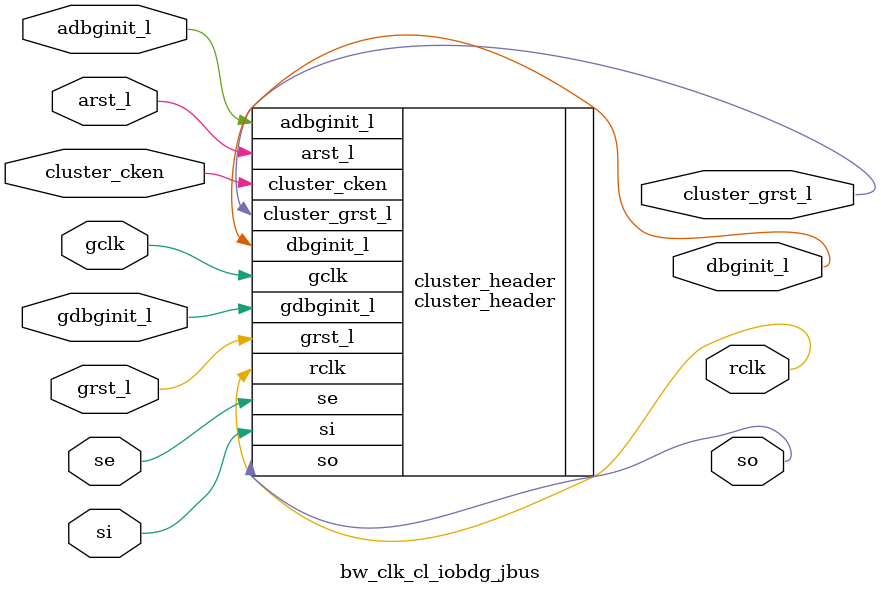
<source format=v>
/*
//  Module Name:	iobdg clock macro
//  Description:        Clock macro that encapsulates the cluster header.
*/
////////////////////////////////////////////////////////////////////////
// Global header file includes
////////////////////////////////////////////////////////////////////////
`include "../../include/sys.h" // system level definition file which contains the 
			// time scale definition
`include "../../include/iop.h"


////////////////////////////////////////////////////////////////////////
// Local header file includes / local defines
////////////////////////////////////////////////////////////////////////


module bw_clk_cl_iobdg_jbus (/*AUTOARG*/
   // Outputs
   so, rclk, dbginit_l, cluster_grst_l, 
   // Inputs
   si, se, grst_l, gdbginit_l, gclk, cluster_cken, arst_l, 
   adbginit_l
   );
   
   /*AUTOINPUT*/
   // Beginning of automatic inputs (from unused autoinst inputs)
   input		adbginit_l;		// To cluster_header of cluster_header.v
   input		arst_l;			// To cluster_header of cluster_header.v
   input		cluster_cken;		// To cluster_header of cluster_header.v
   input		gclk;			// To cluster_header of cluster_header.v
   input		gdbginit_l;		// To cluster_header of cluster_header.v
   input		grst_l;			// To cluster_header of cluster_header.v
   input		se;			// To cluster_header of cluster_header.v
   input		si;			// To cluster_header of cluster_header.v
   // End of automatics
   
   /*AUTOOUTPUT*/
   // Beginning of automatic outputs (from unused autoinst outputs)
   output		cluster_grst_l;		// From cluster_header of cluster_header.v
   output		dbginit_l;		// From cluster_header of cluster_header.v
   output		rclk;			// From cluster_header of cluster_header.v
   output		so;			// From cluster_header of cluster_header.v
   // End of automatics

   /*AUTOWIRE*/
   // Beginning of automatic wires (for undeclared instantiated-module outputs)
   // End of automatics

   
////////////////////////////////////////////////////////////////////////
// Code start here 
////////////////////////////////////////////////////////////////////////
   cluster_header cluster_header (/*AUTOINST*/
				  // Outputs
				  .dbginit_l(dbginit_l),
				  .cluster_grst_l(cluster_grst_l),
				  .rclk	(rclk),
				  .so	(so),
				  // Inputs
				  .gclk	(gclk),
				  .cluster_cken(cluster_cken),
				  .arst_l(arst_l),
				  .grst_l(grst_l),
				  .adbginit_l(adbginit_l),
				  .gdbginit_l(gdbginit_l),
				  .si	(si),
				  .se	(se));


endmodule // bw_clk_cl_iobdg_jbus


// Local Variables:
// verilog-library-directories:("." "../../common/rtl")
// End:

</source>
